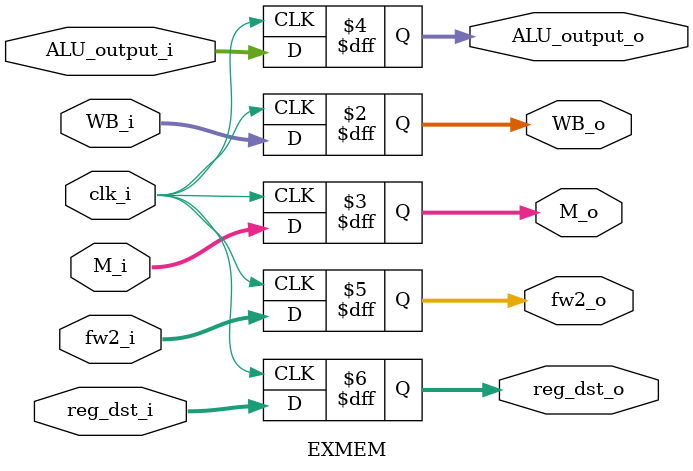
<source format=v>
module EXMEM
(
    clk_i,
    WB_i, M_i,
    ALU_output_i,
    fw2_i,
    reg_dst_i,

    WB_o, M_o,
    ALU_output_o,
    fw2_o,
    reg_dst_o
);

input           clk_i;
input   [1:0]   WB_i, M_i;
input   [31:0]  ALU_output_i, fw2_i;
input   [4:0]   reg_dst_i;

output  [1:0]   WB_o, M_o;
output  [31:0]  ALU_output_o, fw2_o;
output  [4:0]   reg_dst_o;

reg     WB_o, M_o, ALU_output_o, fw2_o, reg_dst_o;

always @(posedge clk_i) begin
    WB_o <= WB_i;
    M_o <= M_i;
    ALU_output_o <= ALU_output_i;
    fw2_o <= fw2_i;
    reg_dst_o <= reg_dst_i;
end

endmodule

</source>
